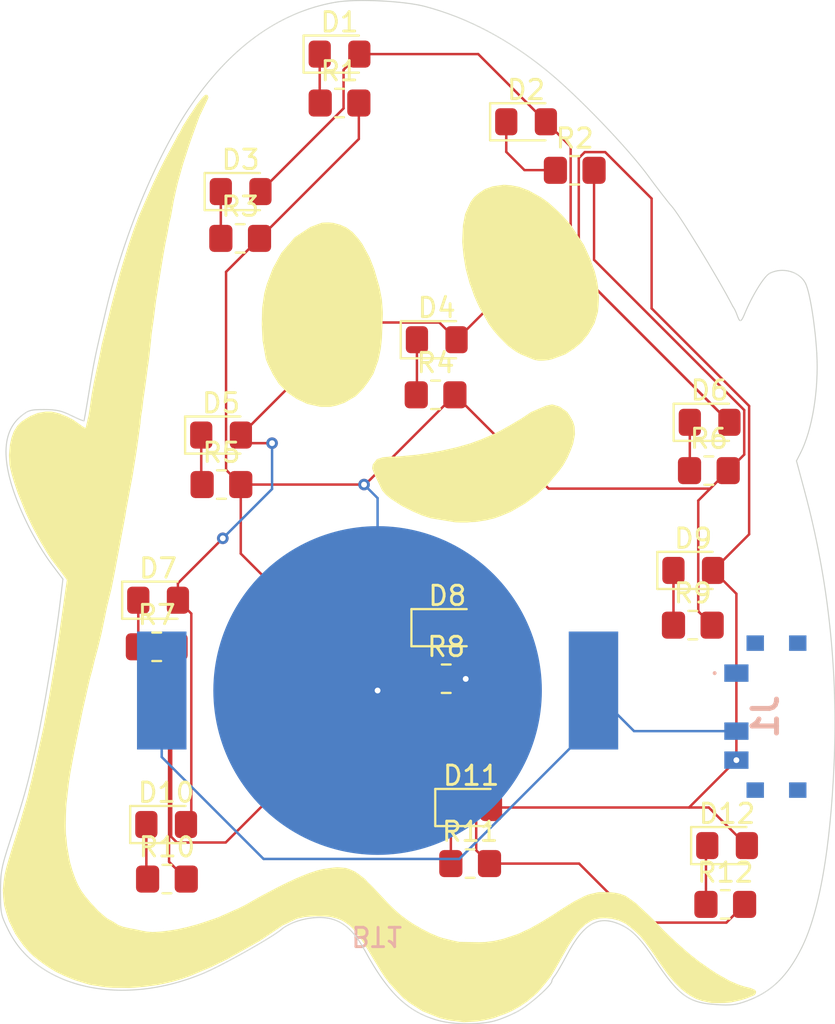
<source format=kicad_pcb>
(kicad_pcb (version 20221018) (generator pcbnew)
  (layers (0 "F.Cu" signal "Front") (1 "In1.Cu" signal) (2 "In2.Cu" signal) (31 "B.Cu" signal "Back") (34 "B.Paste" user) (35 "F.Paste" user) (36 "B.SilkS" user "B.Silkscreen") (37 "F.SilkS" user "F.Silkscreen") (38 "B.Mask" user) (39 "F.Mask" user) (44 "Edge.Cuts" user))
  (net 0 "")
  (net 1 "Net-(BT1-+)")
  (net 2 "GND")
  (net 3 "Net-(D1-K)")
  (net 4 "Net-(D1-A)")
  (net 5 "Net-(D2-K)")
  (net 6 "Net-(D3-K)")
  (net 7 "Net-(D4-K)")
  (net 8 "Net-(D5-K)")
  (net 9 "Net-(D6-K)")
  (net 10 "Net-(D7-K)")
  (net 11 "Net-(D8-K)")
  (net 12 "Net-(D9-K)")
  (net 13 "Net-(D10-K)")
  (net 14 "Net-(D11-K)")
  (net 15 "Net-(D12-K)")
  (footprint "LED_SMD:LED_0805_2012Metric_Pad1.15x1.40mm_HandSolder" (layer "F.Cu") (at 137.84 112.16)
    (fp_text reference "D10" (at 0 -1.65) (layer "F.SilkS"))
    (fp_text value "LED")
    (pad "1" smd roundrect (at -1.025 0) (size 1.15 1.4) (layers "F.Cu" "F.Paste" "F.Mask") (roundrect_rratio 0.217391) (net 13 "Net-(D10-K)"))
    (pad "2" smd roundrect (at 1.025 0) (size 1.15 1.4) (layers "F.Cu" "F.Paste" "F.Mask") (roundrect_rratio 0.217391) (net 4 "Net-(D1-A)"))
  )
  (footprint "LED_SMD:LED_0805_2012Metric_Pad1.15x1.40mm_HandSolder" (layer "F.Cu") (at 137.4225 100.56)
    (fp_text reference "D7" (at 0 -1.65) (layer "F.SilkS"))
    (fp_text value "LED")
    (pad "1" smd roundrect (at -1.025 0) (size 1.15 1.4) (layers "F.Cu" "F.Paste" "F.Mask") (roundrect_rratio 0.217391) (net 10 "Net-(D7-K)"))
    (pad "2" smd roundrect (at 1.025 0) (size 1.15 1.4) (layers "F.Cu" "F.Paste" "F.Mask") (roundrect_rratio 0.217391) (net 4 "Net-(D1-A)"))
  )
  (footprint "Resistor_SMD:R_0805_2012Metric_Pad1.20x1.40mm_HandSolder" (layer "F.Cu") (at 152.33 104.62)
    (fp_text reference "R8" (at 0 -1.65) (layer "F.SilkS"))
    (fp_text value "1k")
    (pad "1" smd roundrect (at -1 0) (size 1.2 1.4) (layers "F.Cu" "F.Paste" "F.Mask") (roundrect_rratio 0.208333) (net 11 "Net-(D8-K)"))
    (pad "2" smd roundrect (at 1 0) (size 1.2 1.4) (layers "F.Cu" "F.Paste" "F.Mask") (roundrect_rratio 0.208333) (net 2 "GND"))
  )
  (footprint "Resistor_SMD:R_0805_2012Metric_Pad1.20x1.40mm_HandSolder" (layer "F.Cu") (at 165.09 101.85)
    (fp_text reference "R9" (at 0 -1.65) (layer "F.SilkS"))
    (fp_text value "1k")
    (pad "1" smd roundrect (at -1 0) (size 1.2 1.4) (layers "F.Cu" "F.Paste" "F.Mask") (roundrect_rratio 0.208333) (net 12 "Net-(D9-K)"))
    (pad "2" smd roundrect (at 1 0) (size 1.2 1.4) (layers "F.Cu" "F.Paste" "F.Mask") (roundrect_rratio 0.208333) (net 2 "GND"))
  )
  (footprint "Resistor_SMD:R_0805_2012Metric_Pad1.20x1.40mm_HandSolder" (layer "F.Cu") (at 137.88 114.98)
    (fp_text reference "R10" (at 0 -1.65) (layer "F.SilkS"))
    (fp_text value "1k")
    (pad "1" smd roundrect (at -1 0) (size 1.2 1.4) (layers "F.Cu" "F.Paste" "F.Mask") (roundrect_rratio 0.208333) (net 13 "Net-(D10-K)"))
    (pad "2" smd roundrect (at 1 0) (size 1.2 1.4) (layers "F.Cu" "F.Paste" "F.Mask") (roundrect_rratio 0.208333) (net 2 "GND"))
  )
  (footprint "LED_SMD:LED_0805_2012Metric_Pad1.15x1.40mm_HandSolder" (layer "F.Cu") (at 146.81 72.32)
    (fp_text reference "D1" (at 0 -1.65) (layer "F.SilkS"))
    (fp_text value "LED")
    (pad "1" smd roundrect (at -1.025 0) (size 1.15 1.4) (layers "F.Cu" "F.Paste" "F.Mask") (roundrect_rratio 0.217391) (net 3 "Net-(D1-K)"))
    (pad "2" smd roundrect (at 1.025 0) (size 1.15 1.4) (layers "F.Cu" "F.Paste" "F.Mask") (roundrect_rratio 0.217391) (net 4 "Net-(D1-A)"))
  )
  (footprint "Resistor_SMD:R_0805_2012Metric_Pad1.20x1.40mm_HandSolder" (layer "F.Cu") (at 140.7 94.58)
    (fp_text reference "R5" (at 0 -1.65) (layer "F.SilkS"))
    (fp_text value "1k")
    (pad "1" smd roundrect (at -1 0) (size 1.2 1.4) (layers "F.Cu" "F.Paste" "F.Mask") (roundrect_rratio 0.208333) (net 8 "Net-(D5-K)"))
    (pad "2" smd roundrect (at 1 0) (size 1.2 1.4) (layers "F.Cu" "F.Paste" "F.Mask") (roundrect_rratio 0.208333) (net 2 "GND"))
  )
  (footprint "Resistor_SMD:R_0805_2012Metric_Pad1.20x1.40mm_HandSolder" (layer "F.Cu") (at 141.67 81.85)
    (fp_text reference "R3" (at 0 -1.65) (layer "F.SilkS"))
    (fp_text value "1k")
    (pad "1" smd roundrect (at -1 0) (size 1.2 1.4) (layers "F.Cu" "F.Paste" "F.Mask") (roundrect_rratio 0.208333) (net 6 "Net-(D3-K)"))
    (pad "2" smd roundrect (at 1 0) (size 1.2 1.4) (layers "F.Cu" "F.Paste" "F.Mask") (roundrect_rratio 0.208333) (net 2 "GND"))
  )
  (footprint "Resistor_SMD:R_0805_2012Metric_Pad1.20x1.40mm_HandSolder" (layer "F.Cu") (at 165.92 93.86)
    (fp_text reference "R6" (at 0 -1.65) (layer "F.SilkS"))
    (fp_text value "1k")
    (pad "1" smd roundrect (at -1 0) (size 1.2 1.4) (layers "F.Cu" "F.Paste" "F.Mask") (roundrect_rratio 0.208333) (net 9 "Net-(D6-K)"))
    (pad "2" smd roundrect (at 1 0) (size 1.2 1.4) (layers "F.Cu" "F.Paste" "F.Mask") (roundrect_rratio 0.208333) (net 2 "GND"))
  )
  (footprint "LED_SMD:LED_0805_2012Metric_Pad1.15x1.40mm_HandSolder" (layer "F.Cu") (at 152.39 101.98)
    (fp_text reference "D8" (at 0 -1.65) (layer "F.SilkS"))
    (fp_text value "LED")
    (pad "1" smd roundrect (at -1.025 0) (size 1.15 1.4) (layers "F.Cu" "F.Paste" "F.Mask") (roundrect_rratio 0.217391) (net 11 "Net-(D8-K)"))
    (pad "2" smd roundrect (at 1.025 0) (size 1.15 1.4) (layers "F.Cu" "F.Paste" "F.Mask") (roundrect_rratio 0.217391) (net 4 "Net-(D1-A)"))
  )
  (footprint "Resistor_SMD:R_0805_2012Metric_Pad1.20x1.40mm_HandSolder" (layer "F.Cu") (at 158.98 78.33)
    (fp_text reference "R2" (at 0 -1.65) (layer "F.SilkS"))
    (fp_text value "1k")
    (pad "1" smd roundrect (at -1 0) (size 1.2 1.4) (layers "F.Cu" "F.Paste" "F.Mask") (roundrect_rratio 0.208333) (net 5 "Net-(D2-K)"))
    (pad "2" smd roundrect (at 1 0) (size 1.2 1.4) (layers "F.Cu" "F.Paste" "F.Mask") (roundrect_rratio 0.208333) (net 2 "GND"))
  )
  (footprint "LED_SMD:LED_0805_2012Metric_Pad1.15x1.40mm_HandSolder" (layer "F.Cu") (at 165.1125 99.02)
    (fp_text reference "D9" (at 0 -1.65) (layer "F.SilkS"))
    (fp_text value "LED")
    (pad "1" smd roundrect (at -1.025 0) (size 1.15 1.4) (layers "F.Cu" "F.Paste" "F.Mask") (roundrect_rratio 0.217391) (net 12 "Net-(D9-K)"))
    (pad "2" smd roundrect (at 1.025 0) (size 1.15 1.4) (layers "F.Cu" "F.Paste" "F.Mask") (roundrect_rratio 0.217391) (net 4 "Net-(D1-A)"))
  )
  (footprint "LED_SMD:LED_0805_2012Metric_Pad1.15x1.40mm_HandSolder" (layer "F.Cu") (at 156.4625 75.82)
    (fp_text reference "D2" (at 0 -1.65) (layer "F.SilkS"))
    (fp_text value "LED")
    (pad "1" smd roundrect (at -1.025 0) (size 1.15 1.4) (layers "F.Cu" "F.Paste" "F.Mask") (roundrect_rratio 0.217391) (net 5 "Net-(D2-K)"))
    (pad "2" smd roundrect (at 1.025 0) (size 1.15 1.4) (layers "F.Cu" "F.Paste" "F.Mask") (roundrect_rratio 0.217391) (net 4 "Net-(D1-A)"))
  )
  (footprint "LED_SMD:LED_0805_2012Metric_Pad1.15x1.40mm_HandSolder" (layer "F.Cu") (at 153.6225 111.28)
    (fp_text reference "D11" (at 0 -1.65) (layer "F.SilkS"))
    (fp_text value "LED")
    (pad "1" smd roundrect (at -1.025 0) (size 1.15 1.4) (layers "F.Cu" "F.Paste" "F.Mask") (roundrect_rratio 0.217391) (net 14 "Net-(D11-K)"))
    (pad "2" smd roundrect (at 1.025 0) (size 1.15 1.4) (layers "F.Cu" "F.Paste" "F.Mask") (roundrect_rratio 0.217391) (net 4 "Net-(D1-A)"))
  )
  (footprint "Resistor_SMD:R_0805_2012Metric_Pad1.20x1.40mm_HandSolder" (layer "F.Cu") (at 153.57 114.18)
    (fp_text reference "R11" (at 0 -1.65) (layer "F.SilkS"))
    (fp_text value "1k")
    (pad "1" smd roundrect (at -1 0) (size 1.2 1.4) (layers "F.Cu" "F.Paste" "F.Mask") (roundrect_rratio 0.208333) (net 14 "Net-(D11-K)"))
    (pad "2" smd roundrect (at 1 0) (size 1.2 1.4) (layers "F.Cu" "F.Paste" "F.Mask") (roundrect_rratio 0.208333) (net 2 "GND"))
  )
  (footprint "Resistor_SMD:R_0805_2012Metric_Pad1.20x1.40mm_HandSolder" (layer "F.Cu") (at 151.78 89.94)
    (fp_text reference "R4" (at 0 -1.65) (layer "F.SilkS"))
    (fp_text value "1k")
    (pad "1" smd roundrect (at -1 0) (size 1.2 1.4) (layers "F.Cu" "F.Paste" "F.Mask") (roundrect_rratio 0.208333) (net 7 "Net-(D4-K)"))
    (pad "2" smd roundrect (at 1 0) (size 1.2 1.4) (layers "F.Cu" "F.Paste" "F.Mask") (roundrect_rratio 0.208333) (net 2 "GND"))
  )
  (footprint "LED_SMD:LED_0805_2012Metric_Pad1.15x1.40mm_HandSolder" (layer "F.Cu") (at 165.96 91.36)
    (fp_text reference "D6" (at 0 -1.65) (layer "F.SilkS"))
    (fp_text value "LED")
    (pad "1" smd roundrect (at -1.025 0) (size 1.15 1.4) (layers "F.Cu" "F.Paste" "F.Mask") (roundrect_rratio 0.217391) (net 9 "Net-(D6-K)"))
    (pad "2" smd roundrect (at 1.025 0) (size 1.15 1.4) (layers "F.Cu" "F.Paste" "F.Mask") (roundrect_rratio 0.217391) (net 4 "Net-(D1-A)"))
  )
  (footprint "LED_SMD:LED_0805_2012Metric_Pad1.15x1.40mm_HandSolder" (layer "F.Cu") (at 140.68 92.02)
    (fp_text reference "D5" (at 0 -1.65) (layer "F.SilkS"))
    (fp_text value "LED")
    (pad "1" smd roundrect (at -1.025 0) (size 1.15 1.4) (layers "F.Cu" "F.Paste" "F.Mask") (roundrect_rratio 0.217391) (net 8 "Net-(D5-K)"))
    (pad "2" smd roundrect (at 1.025 0) (size 1.15 1.4) (layers "F.Cu" "F.Paste" "F.Mask") (roundrect_rratio 0.217391) (net 4 "Net-(D1-A)"))
  )
  (footprint "Resistor_SMD:R_0805_2012Metric_Pad1.20x1.40mm_HandSolder" (layer "F.Cu") (at 137.35 102.97)
    (fp_text reference "R7" (at 0 -1.65) (layer "F.SilkS"))
    (fp_text value "1k")
    (pad "1" smd roundrect (at -1 0) (size 1.2 1.4) (layers "F.Cu" "F.Paste" "F.Mask") (roundrect_rratio 0.208333) (net 10 "Net-(D7-K)"))
    (pad "2" smd roundrect (at 1 0) (size 1.2 1.4) (layers "F.Cu" "F.Paste" "F.Mask") (roundrect_rratio 0.208333) (net 2 "GND"))
  )
  (footprint "Resistor_SMD:R_0805_2012Metric_Pad1.20x1.40mm_HandSolder" (layer "F.Cu") (at 166.77 116.29)
    (fp_text reference "R12" (at 0 -1.65) (layer "F.SilkS"))
    (fp_text value "1k")
    (pad "1" smd roundrect (at -1 0) (size 1.2 1.4) (layers "F.Cu" "F.Paste" "F.Mask") (roundrect_rratio 0.208333) (net 15 "Net-(D12-K)"))
    (pad "2" smd roundrect (at 1 0) (size 1.2 1.4) (layers "F.Cu" "F.Paste" "F.Mask") (roundrect_rratio 0.208333) (net 2 "GND"))
  )
  (footprint "LED_SMD:LED_0805_2012Metric_Pad1.15x1.40mm_HandSolder" (layer "F.Cu") (at 141.6925 79.43)
    (fp_text reference "D3" (at 0 -1.65) (layer "F.SilkS"))
    (fp_text value "LED")
    (pad "1" smd roundrect (at -1.025 0) (size 1.15 1.4) (layers "F.Cu" "F.Paste" "F.Mask") (roundrect_rratio 0.217391) (net 6 "Net-(D3-K)"))
    (pad "2" smd roundrect (at 1.025 0) (size 1.15 1.4) (layers "F.Cu" "F.Paste" "F.Mask") (roundrect_rratio 0.217391) (net 4 "Net-(D1-A)"))
  )
  (footprint "Resistor_SMD:R_0805_2012Metric_Pad1.20x1.40mm_HandSolder" (layer "F.Cu") (at 146.81 74.85)
    (fp_text reference "R1" (at 0 -1.65) (layer "F.SilkS"))
    (fp_text value "1k")
    (pad "1" smd roundrect (at -1 0) (size 1.2 1.4) (layers "F.Cu" "F.Paste" "F.Mask") (roundrect_rratio 0.208333) (net 3 "Net-(D1-K)"))
    (pad "2" smd roundrect (at 1 0) (size 1.2 1.4) (layers "F.Cu" "F.Paste" "F.Mask") (roundrect_rratio 0.208333) (net 2 "GND"))
  )
  (footprint "LED_SMD:LED_0805_2012Metric_Pad1.15x1.40mm_HandSolder" (layer "F.Cu") (at 151.84 87.09)
    (fp_text reference "D4" (at 0 -1.65) (layer "F.SilkS"))
    (fp_text value "LED")
    (pad "1" smd roundrect (at -1.025 0) (size 1.15 1.4) (layers "F.Cu" "F.Paste" "F.Mask") (roundrect_rratio 0.217391) (net 7 "Net-(D4-K)"))
    (pad "2" smd roundrect (at 1.025 0) (size 1.15 1.4) (layers "F.Cu" "F.Paste" "F.Mask") (roundrect_rratio 0.217391) (net 4 "Net-(D1-A)"))
  )
  (footprint "LED_SMD:LED_0805_2012Metric_Pad1.15x1.40mm_HandSolder" (layer "F.Cu") (at 166.8625 113.25)
    (fp_text reference "D12" (at 0 -1.65) (layer "F.SilkS"))
    (fp_text value "LED")
    (pad "1" smd roundrect (at -1.025 0) (size 1.15 1.4) (layers "F.Cu" "F.Paste" "F.Mask") (roundrect_rratio 0.217391) (net 15 "Net-(D12-K)"))
    (pad "2" smd roundrect (at 1.025 0) (size 1.15 1.4) (layers "F.Cu" "F.Paste" "F.Mask") (roundrect_rratio 0.217391) (net 4 "Net-(D1-A)"))
  )
  (footprint "user-footprints:CR2032_holder_ali" (layer "B.Cu") (at 148.78 105.23)
    (fp_text reference "BT1" (at 0 12.7 180 unlocked) (layer "B.SilkS") (effects (justify mirror)))
    (fp_text value "Battery_Cell")
    (pad "1" smd rect (at -11.17 0) (size 2.56 6.1) (layers "B.Cu" "B.Paste" "B.Mask") (net 1 "Net-(BT1-+)"))
    (pad "1" smd rect (at 11.17 0) (size 2.56 6.1) (layers "B.Cu" "B.Paste" "B.Mask") (net 1 "Net-(BT1-+)"))
    (pad "2" smd circle (at 0 0) (size 17 17) (layers "B.Cu" "B.Paste" "B.Mask") (net 2 "GND"))
  )
  (footprint "user-footprints:MK12C02" (layer "B.Cu") (at 169.42 106.58 -90)
    (fp_text reference "J1" (at 0 0.575 90) (layer "B.SilkS") (effects (font (size 1.27 1.27) (thickness 0.254)) (justify mirror)))
    (fp_text value "MK-12C02" hide)
    (pad "" np_thru_hole circle (at -1.5 0 270) (size 0.001 0.001) (drill 0.9) (layers "*.Cu" "*.Mask"))
    (pad "" np_thru_hole circle (at 1.5 0 270) (size 0.001 0.001) (drill 0.9) (layers "*.Cu" "*.Mask"))
    (pad "1" smd rect (at -2.25 2.075 270) (size 0.9 1.25) (layers "B.Cu" "B.Paste" "B.Mask"))
    (pad "2" smd rect (at 0.75 2.075 270) (size 0.9 1.25) (layers "B.Cu" "B.Paste" "B.Mask") (net 1 "Net-(BT1-+)"))
    (pad "3" smd rect (at 2.25 2.075 270) (size 0.9 1.25) (layers "B.Cu" "B.Paste" "B.Mask") (net 4 "Net-(D1-A)"))
    (pad "MP1" smd rect (at -3.8 1.1 270) (size 0.8 0.9) (layers "B.Cu" "B.Paste" "B.Mask"))
    (pad "MP2" smd rect (at -3.8 -1.1 270) (size 0.8 0.9) (layers "B.Cu" "B.Paste" "B.Mask"))
    (pad "MP3" smd rect (at 3.8 -1.1 270) (size 0.8 0.9) (layers "B.Cu" "B.Paste" "B.Mask"))
    (pad "MP4" smd rect (at 3.8 1.1 270) (size 0.8 0.9) (layers "B.Cu" "B.Paste" "B.Mask"))
  )
  (gr_curve (pts (xy 156.644837 87.962607) (xy 155.984116 87.72692) (xy 155.414562 87.294849) (xy 154.887244 86.629272)) (stroke (width 0.056)) (layer "F.SilkS"))
  (gr_curve (pts (xy 145.169733 90.343951) (xy 144.170974 89.987699) (xy 143.471901 89.23332) (xy 143.068043 88.075979)) (stroke (width 0.056)) (layer "F.SilkS"))
  (gr_curve (pts (xy 133.266731 115.41329) (xy 133.545078 115.963097) (xy 134.437967 116.92011) (xy 134.890084 117.153229)) (stroke (width 0.0506)) (layer "F.SilkS"))
  (gr_curve (pts (xy 135.890251 94.88025) (xy 135.835267 95.176771) (xy 135.664763 96.147203) (xy 135.511352 97.036766)) (stroke (width 0.0506)) (layer "F.SilkS"))
  (gr_curve (pts (xy 129.810996 93.460686) (xy 129.724416 92.786689) (xy 129.883076 92.010497) (xy 130.193158 91.591089)) (stroke (width 0.0506)) (layer "F.SilkS"))
  (gr_poly (pts (xy 133.74 91.69) (xy 133.68 91.72) (xy 133.62 91.72) (xy 133.46 91.62) (xy 132.99 91.29) (xy 132.66 91.12) (xy 132.29 90.97) (xy 131.9 90.88) (xy 131.61 90.88) (xy 131.21 90.95) (xy 130.85 91.1) (xy 130.6 91.25) (xy 130.39 91.39) (xy 130.193158 91.591089) (xy 130.02 91.87) (xy 129.91 92.17) (xy 129.83 92.53) (xy 129.78 93.07) (xy 129.81 93.57) (xy 129.91 94) (xy 130.04 94.44) (xy 130.23 95) (xy 130.63 95.99) (xy 130.99 96.75) (xy 131.42 97.54) (xy 131.79 98.15) (xy 131.98 98.43) (xy 132.55 99.18) (xy 132.778459 99.492736) (xy 132.63 100.52) (xy 132.47 101.66) (xy 132.35 102.51) (xy 132.2 103.5) (xy 132.08 104.21) (xy 131.84 105.65) (xy 131.72 106.27) (xy 131.58 107.06) (xy 131.49 107.48) (xy 130.96 109.81) (xy 130.85 110.24) (xy 130.72 110.8) (xy 130.21 112.53) (xy 129.94 113.38) (xy 129.77 113.95) (xy 129.65 114.36) (xy 129.55 114.79) (xy 129.5 115.15) (xy 129.46 115.55) (xy 129.48 115.9) (xy 129.53 116.34) (xy 129.64 116.72) (xy 129.77 117.12) (xy 130.09 117.77) (xy 130.28 118.05) (xy 130.53 118.4) (xy 130.84 118.74) (xy 131.02 118.91) (xy 131.44 119.24) (xy 131.8 119.49) (xy 132.16 119.71) (xy 132.6 119.92) (xy 133.05 120.11) (xy 133.36 120.21) (xy 133.92 120.38) (xy 134.25 120.43) (xy 134.69 120.5) (xy 135.1 120.53) (xy 135.24 120.53) (xy 135.93 120.54) (xy 136.22 120.52) (xy 136.61 120.49) (xy 136.93 120.45) (xy 137.37 120.39) (xy 137.77 120.31) (xy 138.11 120.23) (xy 138.6 120.09) (xy 139.02 119.94) (xy 139.14 119.89) (xy 140.16 119.46) (xy 140.6 119.24) (xy 140.94 119.08) (xy 142.66 118.11) (xy 143.21 117.74) (xy 143.555095 117.506989) (xy 143.86 117.3) (xy 143.92 117.28) (xy 144.59 116.96) (xy 145.01 116.87) (xy 145.54 116.83) (xy 146.05 116.84) (xy 146.38 116.87) (xy 146.52 116.91) (xy 146.72 116.96) (xy 146.93 117.04) (xy 147.11 117.14) (xy 147.35 117.31) (xy 147.51 117.45) (xy 147.85 117.85) (xy 148.13 118.26) (xy 148.68 119.17) (xy 148.83 119.41) (xy 149.01 119.71) (xy 149.22 120.02) (xy 149.43 120.3) (xy 149.66 120.56) (xy 150.15 121.07) (xy 150.51 121.35) (xy 151.14 121.75) (xy 152.01 122.1) (xy 152.51 122.22) (xy 153.25 122.31) (xy 153.59 122.29) (xy 153.95 122.27) (xy 154.3 122.21) (xy 154.74 122.11) (xy 155.37 121.88) (xy 155.67 121.75) (xy 156.1 121.51) (xy 156.5 121.24) (xy 157 120.81) (xy 157.36 120.39) (xy 157.69 119.97) (xy 157.87 119.67) (xy 158.59 118.4) (xy 158.85 118) (xy 159.08 117.68) (xy 159.23 117.51) (xy 159.48 117.28) (xy 159.76 117.1) (xy 159.95 117.01) (xy 160.28 116.94) (xy 160.576303 116.930649) (xy 160.92 116.96) (xy 161.3 117.06) (xy 161.66 117.23) (xy 161.97 117.47) (xy 162.17 117.65) (xy 162.42 117.89) (xy 162.67 118.19) (xy 162.95 118.57) (xy 163.18 118.9) (xy 163.37 119.19) (xy 163.79 119.78) (xy 164.02 120.07) (xy 164.25 120.33) (xy 164.46 120.54) (xy 164.68 120.73) (xy 164.96 120.93) (xy 165.29 121.11) (xy 165.57 121.21) (xy 166.07 121.32) (xy 166.45 121.32) (xy 166.733106 121.316888) (xy 167.09 121.28) (xy 167.61 121.16) (xy 167.91 121.06) (xy 168.24 120.92) (xy 168.28 120.86) (xy 168.290288 120.809248) (xy 168.24 120.76) (xy 168.04 120.68) (xy 167.75 120.61) (xy 167.44 120.51) (xy 166.97 120.31) (xy 166.74 120.18) (xy 166.33 119.95) (xy 165.99 119.73) (xy 165.36 119.29) (xy 164.93 118.95) (xy 164.61 118.68) (xy 163.92 118.06) (xy 163.5 117.65) (xy 163.1 117.23) (xy 162.73 116.87) (xy 162.41 116.57) (xy 162.11 116.29) (xy 161.85 116.1) (xy 161.57 115.91) (xy 161.3 115.81) (xy 161.11 115.77) (xy 160.78 115.73) (xy 160.22 115.73) (xy 159.74 115.84) (xy 159.55 115.91) (xy 158.98 116.2) (xy 158.38 116.57) (xy 157.88 116.9) (xy 157.31 117.25) (xy 156.69 117.6) (xy 156.06 117.89) (xy 155.31 118.14) (xy 154.83 118.25) (xy 154.35 118.31) (xy 154.03 118.32) (xy 152.99 118.3) (xy 152.66 118.23) (xy 152.17 118.11) (xy 151.91 118.03) (xy 151.47 117.84) (xy 151.04 117.62) (xy 150.64 117.39) (xy 150.3 117.17) (xy 149.89 116.86) (xy 149.59 116.59) (xy 149.3 116.31) (xy 149.03 116.02) (xy 148.41 115.37) (xy 148.21 115.18) (xy 148.09 115.04) (xy 147.81 114.82) (xy 147.58 114.66) (xy 147.32 114.54) (xy 147.13 114.48) (xy 146.7 114.44) (xy 146.49 114.46) (xy 145.99 114.53) (xy 145.69 114.6) (xy 145.32 114.72) (xy 145.13 114.79) (xy 144.85 114.9) (xy 144.51 115.05) (xy 144.23 115.18) (xy 143.92 115.33) (xy 143.66 115.46) (xy 142.82 115.9) (xy 142.32 116.18) (xy 142.01 116.36) (xy 141.65 116.54) (xy 140.55 117.03) (xy 139.97 117.23) (xy 139.44 117.4) (xy 138.92 117.54) (xy 138.42 117.65) (xy 137.97 117.72) (xy 137.56 117.77) (xy 137.135205 117.793256) (xy 136.83 117.77) (xy 136.56 117.72) (xy 136.24 117.65) (xy 135.96 117.6) (xy 135.6 117.52) (xy 135.33 117.42) (xy 135.13 117.29) (xy 135.05 117.24) (xy 134.74 117.07) (xy 134.49 116.86) (xy 134.29 116.69) (xy 134.01 116.39) (xy 133.89 116.26) (xy 133.62 115.94) (xy 133.38 115.61) (xy 133.22 115.32) (xy 133.08 115.01) (xy 132.92 114.56) (xy 132.8 114.14) (xy 132.75 113.89) (xy 132.64 113.26) (xy 132.62 112.99) (xy 132.58 112.67) (xy 132.57 112.24) (xy 132.58 111.7) (xy 132.6 111.16) (xy 132.73 110.02) (xy 132.81 109.49) (xy 132.97 108.61) (xy 133.13 107.8) (xy 133.45 106.25) (xy 133.83 104.58) (xy 133.94 104.19) (xy 134.08 103.61) (xy 134.24 103.02) (xy 134.425202 102.266324) (xy 134.71 100.89) (xy 134.93 99.99) (xy 134.94 99.95) (xy 135.1 99.15) (xy 135.65 96.22) (xy 135.7 95.89) (xy 135.81 95.31) (xy 135.91 94.76) (xy 136.03 94.13) (xy 136.24 92.82) (xy 136.41 91.6)) (stroke (width 0.15)) (fill solid) (layer "F.SilkS"))
  (gr_curve (pts (xy 152.183527 122.151307) (xy 150.679594 121.746879) (xy 149.609753 120.824696) (xy 148.618757 119.078549)) (stroke (width 0.0506)) (layer "F.SilkS"))
  (gr_curve (pts (xy 134.2148 103.128933) (xy 133.942895 104.022708) (xy 133.33452 106.715119) (xy 132.935678 108.789793)) (stroke (width 0.0506)) (layer "F.SilkS"))
  (gr_poly (pts (xy 153.75 79.87) (xy 153.64 80.03) (xy 153.38 80.61) (xy 153.27 81.18) (xy 153.23 82.03) (xy 153.3 82.74) (xy 153.41 83.41) (xy 153.53 83.85) (xy 153.61 84.16) (xy 153.66 84.27) (xy 153.84 84.79) (xy 153.99 85.13) (xy 154.12 85.4) (xy 154.17 85.49) (xy 154.58 86.22) (xy 154.76 86.47) (xy 154.92 86.67) (xy 155.11 86.88) (xy 155.54 87.32) (xy 155.73 87.47) (xy 155.97 87.64) (xy 156.24 87.79) (xy 156.9 88.06) (xy 157.11 88.1) (xy 157.32 88.1) (xy 157.62 88.07) (xy 157.82 88.02) (xy 158.46 87.78) (xy 158.91 87.49) (xy 159.28 87.18) (xy 159.63 86.75) (xy 159.94 86.21) (xy 160.11 85.64) (xy 160.14 85.29) (xy 160.16 84.89) (xy 160.11 84.34) (xy 160.06 84.04) (xy 159.95 83.59) (xy 159.71 82.92) (xy 159.39 82.22) (xy 158.71 81.19) (xy 158.24 80.66) (xy 157.62 80.09) (xy 157.22 79.8) (xy 156.59 79.45) (xy 156.1 79.26) (xy 155.69 79.18) (xy 155.31 79.15) (xy 154.75 79.23) (xy 154.36 79.37) (xy 154.03 79.59) (xy 153.83 79.77)) (stroke (width 0.15)) (fill solid) (layer "F.SilkS"))
  (gr_curve (pts (xy 148.711824 94.118803) (xy 148.53666 93.660143) (xy 148.537164 93.625706) (xy 148.722033 93.421424)) (stroke (width 0.056)) (layer "F.SilkS"))
  (gr_curve (pts (xy 145.336562 81.323412) (xy 146.926982 80.57633) (xy 148.18677 81.731373) (xy 148.845965 84.541031)) (stroke (width 0.056)) (layer "F.SilkS"))
  (gr_curve (pts (xy 129.53 116.29) (xy 129.374446 115.469769) (xy 129.473791 114.831724) (xy 130.018839 113.150407)) (stroke (width 0.0506)) (layer "F.SilkS"))
  (gr_curve (pts (xy 148.618757 119.078549) (xy 147.542287 117.181792) (xy 147.069917 116.824729) (xy 145.635379 116.823426)) (stroke (width 0.0506)) (layer "F.SilkS"))
  (gr_curve (pts (xy 137.844127 81.542497) (xy 137.50845 83.205883) (xy 137.197125 85.237742) (xy 136.973502 87.22461)) (stroke (width 0.0506)) (layer "F.SilkS"))
  (gr_curve (pts (xy 149.630425 93.206095) (xy 150.498303 93.205535) (xy 152.116993 92.954132) (xy 153.204972 92.650855)) (stroke (width 0.056)) (layer "F.SilkS"))
  (gr_curve (pts (xy 160.576303 116.930649) (xy 159.612709 116.930649) (xy 159.094839 117.405075) (xy 158.199517 119.108054)) (stroke (width 0.0506)) (layer "F.SilkS"))
  (gr_poly (pts (xy 136.41 91.6) (xy 136.431178 91.429822) (xy 135.98 91.38) (xy 135.9 91.72)) (stroke (width 0.15)) (fill solid) (layer "F.SilkS"))
  (gr_curve (pts (xy 154.818907 96.251459) (xy 153.833073 96.558286) (xy 152.305452 96.526559) (xy 151.282184 96.178004)) (stroke (width 0.056)) (layer "F.SilkS"))
  (gr_poly (pts (xy 146.21 81.1) (xy 145.92 81.11) (xy 145.336562 81.323412) (xy 144.54 81.85) (xy 143.86 82.64) (xy 143.42 83.44) (xy 143.12 84.23) (xy 142.99 84.7) (xy 142.88 85.45) (xy 142.86 86.3) (xy 142.9 87.12) (xy 143.068043 88.075979) (xy 143.17 88.33) (xy 143.43 88.86) (xy 143.73 89.33) (xy 144.15 89.76) (xy 144.63 90.09) (xy 145.169735 90.343951) (xy 145.83 90.49) (xy 146.33 90.49) (xy 146.65 90.42) (xy 147.05 90.28) (xy 147.61 89.95) (xy 147.97 89.59) (xy 148.24 89.23) (xy 148.5 88.82) (xy 148.75 88.13) (xy 148.87 87.56) (xy 148.93 87.03) (xy 148.98 85.69) (xy 148.93 85.03) (xy 148.81 84.4) (xy 148.54 83.47) (xy 148.3 82.86) (xy 147.93 82.18) (xy 147.74 81.92) (xy 147.44 81.58) (xy 147.13 81.35) (xy 146.84 81.22) (xy 146.47 81.12) (xy 146.25 81.1)) (stroke (width 0.15)) (fill solid) (layer "F.SilkS"))
  (gr_curve (pts (xy 136.431178 91.429822) (xy 136.308306 92.399525) (xy 136.078842 93.863216) (xy 135.890251 94.88025)) (stroke (width 0.0506)) (layer "F.SilkS"))
  (gr_curve (pts (xy 163.393625 117.542806) (xy 165.0202 119.209033) (xy 166.750796 120.40458) (xy 167.886637 120.646706)) (stroke (width 0.0506)) (layer "F.SilkS"))
  (gr_curve (pts (xy 132.935678 108.789793) (xy 132.36511 111.757733) (xy 132.46907 113.837707) (xy 133.266731 115.41329)) (stroke (width 0.0506)) (layer "F.SilkS"))
  (gr_curve (pts (xy 143.078347 84.389742) (xy 143.533462 82.879755) (xy 144.332184 81.795207) (xy 145.336562 81.323412)) (stroke (width 0.056)) (layer "F.SilkS"))
  (gr_curve (pts (xy 134.890084 117.153229) (xy 135.054853 117.238184) (xy 135.213925 117.334372) (xy 135.243577 117.366976)) (stroke (width 0.0506)) (layer "F.SilkS"))
  (gr_curve (pts (xy 158.304019 80.72638) (xy 159.903183 82.430456) (xy 160.582085 84.839687) (xy 159.884972 86.336723)) (stroke (width 0.056)) (layer "F.SilkS"))
  (gr_curve (pts (xy 158.199517 119.108054) (xy 157.30544 120.808659) (xy 156.140631 121.777295) (xy 154.534382 122.155917)) (stroke (width 0.0506)) (layer "F.SilkS"))
  (gr_curve (pts (xy 143.068043 88.075979) (xy 142.80149 87.312117) (xy 142.807142 85.289537) (xy 143.078347 84.389742)) (stroke (width 0.056)) (layer "F.SilkS"))
  (gr_poly (pts (xy 158.54 90.88) (xy 158.175217 90.617567) (xy 157.81 90.51) (xy 157.52 90.57) (xy 156.76 90.89) (xy 156.298141 91.202384) (xy 155.68 91.57) (xy 155.18 91.85) (xy 154.78 92.05) (xy 154.17 92.31) (xy 153.63 92.51) (xy 152.9 92.72) (xy 152.06 92.91) (xy 151.44 93.02) (xy 150.81 93.11) (xy 149.87 93.2) (xy 149.42 93.21) (xy 149.07 93.24) (xy 148.79 93.33) (xy 148.6 93.57) (xy 148.57 93.74) (xy 148.68 94.02) (xy 149.08 94.85) (xy 149.26 95.05) (xy 149.48 95.24) (xy 150.08 95.63) (xy 150.66 95.92) (xy 151.11 96.11) (xy 151.54 96.25) (xy 152.81 96.46) (xy 153.11 96.47) (xy 153.41 96.47) (xy 153.6 96.45) (xy 153.85 96.44) (xy 154.37 96.36) (xy 154.818907 96.251459) (xy 155.2 96.11) (xy 155.65 95.92) (xy 156.39 95.49) (xy 156.94 95.08) (xy 157.44 94.64) (xy 158.14 93.8) (xy 158.3 93.58) (xy 158.38 93.45) (xy 158.54 93.16) (xy 158.71 92.77) (xy 158.83 92.44) (xy 158.92 91.98) (xy 158.9 91.59) (xy 158.82 91.34) (xy 158.64 91.02) (xy 158.59 90.96)) (stroke (width 0.15)) (fill solid) (layer "F.SilkS"))
  (gr_curve (pts (xy 145.831308 114.567485) (xy 147.052574 114.285504) (xy 147.559674 114.451545) (xy 148.465748 115.430089)) (stroke (width 0.0506)) (layer "F.SilkS"))
  (gr_curve (pts (xy 168.290288 120.809248) (xy 168.383529 120.96012) (xy 167.471889 121.257314) (xy 166.733106 121.316888)) (stroke (width 0.0506)) (layer "F.SilkS"))
  (gr_curve (pts (xy 153.736754 118.332386) (xy 155.20211 118.332386) (xy 156.349313 117.921428) (xy 158.036069 116.792261)) (stroke (width 0.0506)) (layer "F.SilkS"))
  (gr_curve (pts (xy 132.178237 98.696054) (xy 131.099236 97.263889) (xy 129.982202 94.793467) (xy 129.810996 93.460686)) (stroke (width 0.0506)) (layer "F.SilkS"))
  (gr_curve (pts (xy 135.243577 117.366976) (xy 135.362712 117.497974) (xy 136.67303 117.793256) (xy 137.135205 117.793256)) (stroke (width 0.0506)) (layer "F.SilkS"))
  (gr_curve (pts (xy 158.048825 87.956864) (xy 157.390435 88.152383) (xy 157.179282 88.153248) (xy 156.644837 87.962604)) (stroke (width 0.056)) (layer "F.SilkS"))
  (gr_curve (pts (xy 137.135205 117.793256) (xy 138.543909 117.793256) (xy 140.613304 117.148609) (xy 142.360088 116.165631)) (stroke (width 0.0506)) (layer "F.SilkS"))
  (gr_curve (pts (xy 138.747919 120.038939) (xy 137.231105 120.563097) (xy 135.119912 120.689982) (xy 133.787928 120.337036)) (stroke (width 0.0506)) (layer "F.SilkS"))
  (gr_curve (pts (xy 143.555095 117.506989) (xy 142.251284 118.443683) (xy 140.127946 119.562049) (xy 138.747919 120.038939)) (stroke (width 0.0506)) (layer "F.SilkS"))
  (gr_curve (pts (xy 154.887244 86.629272) (xy 153.15675 84.445048) (xy 152.678961 80.724622) (xy 153.987541 79.623524)) (stroke (width 0.056)) (layer "F.SilkS"))
  (gr_curve (pts (xy 136.381472 81.003973) (xy 137.200031 78.896569) (xy 138.742476 75.934687) (xy 139.58801 74.846615)) (stroke (width 0.0506)) (layer "F.SilkS"))
  (gr_curve (pts (xy 156.298141 91.202384) (xy 157.286516 90.561027) (xy 157.793221 90.40316) (xy 158.175217 90.617567)) (stroke (width 0.056)) (layer "F.SilkS"))
  (gr_curve (pts (xy 134.860209 100.271546) (xy 134.655489 101.161109) (xy 134.459737 102.05876) (xy 134.425202 102.266324)) (stroke (width 0.0506)) (layer "F.SilkS"))
  (gr_curve (pts (xy 149.123967 94.89099) (xy 148.998633 94.731656) (xy 148.813169 94.38417) (xy 148.711824 94.118803)) (stroke (width 0.056)) (layer "F.SilkS"))
  (gr_curve (pts (xy 158.036069 116.792261) (xy 159.340532 115.919016) (xy 159.829222 115.717608) (xy 160.643583 115.717608)) (stroke (width 0.0506)) (layer "F.SilkS"))
  (gr_line (start 132.441447 101.876917) (end 132.778459 99.492736) (stroke (width 0.0506)) (layer "F.SilkS"))
  (gr_curve (pts (xy 142.360088 116.165631) (xy 144.012649 115.235673) (xy 145.094419 114.737628) (xy 145.831308 114.567485)) (stroke (width 0.0506)) (layer "F.SilkS"))
  (gr_line (start 132.778459 99.492736) (end 132.178237 98.696054) (stroke (width 0.0506)) (layer "F.SilkS"))
  (gr_curve (pts (xy 134.425202 102.266324) (xy 134.390668 102.473888) (xy 134.295987 102.862063) (xy 134.2148 103.128933)) (stroke (width 0.0506)) (layer "F.SilkS"))
  (gr_curve (pts (xy 166.733106 121.316888) (xy 165.322031 121.43068) (xy 164.423879 120.83367) (xy 163.230404 118.98862)) (stroke (width 0.0506)) (layer "F.SilkS"))
  (gr_curve (pts (xy 135.511352 97.036766) (xy 135.357943 97.926332) (xy 135.064928 99.38198) (xy 134.860209 100.271546)) (stroke (width 0.0506)) (layer "F.SilkS"))
  (gr_curve (pts (xy 139.788265 74.89191) (xy 139.451254 75.480542) (xy 138.464547 78.401184) (xy 138.281027 79.353319)) (stroke (width 0.0506)) (layer "F.SilkS"))
  (gr_curve (pts (xy 153.987541 79.623524) (xy 155.070061 78.712644) (xy 156.8382 79.164403) (xy 158.304019 80.72638)) (stroke (width 0.056)) (layer "F.SilkS"))
  (gr_curve (pts (xy 133.384569 91.556618) (xy 133.795057 91.863912) (xy 133.782916 91.882821) (xy 133.950614 90.675039)) (stroke (width 0.0506)) (layer "F.SilkS"))
  (gr_curve (pts (xy 159.884972 86.336723) (xy 159.556725 87.041626) (xy 158.758216 87.746198) (xy 158.048825 87.956864)) (stroke (width 0.056)) (layer "F.SilkS"))
  (gr_curve (pts (xy 148.65363 88.431876) (xy 148.040663 90.07726) (xy 146.61527 90.859563) (xy 145.169735 90.343951)) (stroke (width 0.056)) (layer "F.SilkS"))
  (gr_curve (pts (xy 158.92 91.98) (xy 158.735516 93.665376) (xy 156.863571 95.615089) (xy 154.818907 96.251459)) (stroke (width 0.056)) (layer "F.SilkS"))
  (gr_poly (pts (xy 139.93 74.5) (xy 139.95 74.56) (xy 139.88 74.72) (xy 139.5 75.51) (xy 139.04 76.78) (xy 138.93 77.11) (xy 138.65 77.97) (xy 138.49 78.54) (xy 138.37 78.97) (xy 138.281027 79.353319) (xy 138.16 79.9) (xy 138.03 80.63) (xy 138 80.78) (xy 137.93 81.05) (xy 137.844127 81.542497) (xy 137.73 82.1) (xy 137.61 82.78) (xy 137.41 84.01) (xy 137.31 84.66) (xy 137.25 85.02) (xy 137.13 85.98) (xy 137.05 86.53) (xy 137.01 86.83) (xy 136.98 87.17) (xy 136.94 87.52) (xy 136.91 87.82) (xy 136.87 88.15) (xy 136.81 88.56) (xy 136.76 88.95) (xy 136.66 89.69) (xy 136.61 90.02) (xy 136.58 90.24) (xy 136.54 90.61) (xy 136.47 91.04) (xy 136.431178 91.429822) (xy 133.74 91.69) (xy 133.9 91.01) (xy 133.950614 90.675039) (xy 134.05 89.99) (xy 134.16 89.37) (xy 134.4 88.25) (xy 134.49 87.81) (xy 134.57 87.39) (xy 134.72 86.78) (xy 135.04 85.46) (xy 135.16 85) (xy 135.38 84.17) (xy 135.52 83.66) (xy 135.62 83.32) (xy 135.97 82.18) (xy 136.23 81.42) (xy 136.49 80.73) (xy 136.94 79.7) (xy 137.24 79.02) (xy 137.61 78.25) (xy 137.83 77.82) (xy 138.39 76.78) (xy 138.53 76.5) (xy 138.59 76.44) (xy 138.75 76.11) (xy 139.12 75.52) (xy 139.23 75.37) (xy 139.49 74.97) (xy 139.71 74.69) (xy 139.84 74.54) (xy 139.89 74.5)) (stroke (width 0.15)) (fill solid) (layer "F.SilkS"))
  (gr_curve (pts (xy 133.787928 120.337036) (xy 131.465062 119.72153) (xy 129.898376 118.232441) (xy 129.53 116.29)) (stroke (width 0.0506)) (layer "F.SilkS"))
  (gr_curve (pts (xy 154.534382 122.155917) (xy 153.681337 122.356991) (xy 152.943013 122.355546) (xy 152.183527 122.151287)) (stroke (width 0.0506)) (layer "F.SilkS"))
  (gr_curve (pts (xy 148.722033 93.421424) (xy 148.878477 93.248557) (xy 149.056123 93.206448) (xy 149.630425 93.206095)) (stroke (width 0.056)) (layer "F.SilkS"))
  (gr_curve (pts (xy 148.465748 115.430089) (xy 149.801942 116.87315) (xy 150.175092 117.178822) (xy 151.309638 117.759725)) (stroke (width 0.0506)) (layer "F.SilkS"))
  (gr_curve (pts (xy 151.309638 117.759725) (xy 152.076273 118.152252) (xy 152.839734 118.332386) (xy 153.736754 118.332386)) (stroke (width 0.0506)) (layer "F.SilkS"))
  (gr_curve (pts (xy 160.643583 115.717608) (xy 161.493587 115.717608) (xy 161.829503 115.940554) (xy 163.393625 117.542806)) (stroke (width 0.0506)) (layer "F.SilkS"))
  (gr_curve (pts (xy 136.703143 89.381129) (xy 136.621194 89.974171) (xy 136.498809 90.896083) (xy 136.431178 91.429822)) (stroke (width 0.0506)) (layer "F.SilkS"))
  (gr_curve (pts (xy 130.956696 91.05146) (xy 131.732397 90.717764) (xy 132.468641 90.87095) (xy 133.384569 91.556618)) (stroke (width 0.0506)) (layer "F.SilkS"))
  (gr_curve (pts (xy 145.635379 116.823426) (xy 144.840667 116.822667) (xy 144.226809 117.024409) (xy 143.555095 117.506989)) (stroke (width 0.0506)) (layer "F.SilkS"))
  (gr_curve (pts (xy 151.282184 96.178004) (xy 150.386153 95.87279) (xy 149.463423 95.322542) (xy 149.123967 94.89099)) (stroke (width 0.056)) (layer "F.SilkS"))
  (gr_curve (pts (xy 138.281027 79.353319) (xy 138.223873 79.64984) (xy 138.027268 80.63497) (xy 137.844127 81.542497)) (stroke (width 0.0506)) (layer "F.SilkS"))
  (gr_curve (pts (xy 133.950614 90.675039) (xy 134.323052 87.992695) (xy 135.526292 83.205654) (xy 136.381472 81.003973)) (stroke (width 0.0506)) (layer "F.SilkS"))
  (gr_curve (pts (xy 139.58801 74.846615) (xy 139.96795 74.357688) (xy 140.079658 74.382955) (xy 139.788265 74.89191)) (stroke (width 0.0506)) (layer "F.SilkS"))
  (gr_curve (pts (xy 130.193158 91.591089) (xy 130.31907 91.42078) (xy 130.662663 91.17795) (xy 130.956696 91.05146)) (stroke (width 0.0506)) (layer "F.SilkS"))
  (gr_curve (pts (xy 153.204972 92.650855) (xy 154.176719 92.379975) (xy 155.278477 91.864044) (xy 156.298141 91.202384)) (stroke (width 0.056)) (layer "F.SilkS"))
  (gr_curve (pts (xy 136.973502 87.22461) (xy 136.906754 87.817652) (xy 136.785093 88.788087) (xy 136.703143 89.381129)) (stroke (width 0.0506)) (layer "F.SilkS"))
  (gr_curve (pts (xy 158.175217 90.617567) (xy 158.663873 90.891847) (xy 158.976507 91.46375) (xy 158.92 91.98)) (stroke (width 0.056)) (layer "F.SilkS"))
  (gr_curve (pts (xy 167.886637 120.646706) (xy 168.078697 120.687651) (xy 168.260338 120.760794) (xy 168.290288 120.809248)) (stroke (width 0.0506)) (layer "F.SilkS"))
  (gr_curve (pts (xy 148.845965 84.541031) (xy 149.0912 85.58628) (xy 148.995959 87.512966) (xy 148.65363 88.431876)) (stroke (width 0.056)) (layer "F.SilkS"))
  (gr_curve (pts (xy 130.018839 113.150407) (xy 131.032991 110.022039) (xy 131.784318 106.525779) (xy 132.441447 101.876917)) (stroke (width 0.0506)) (layer "F.SilkS"))
  (gr_curve (pts (xy 163.230404 118.98862) (xy 162.296629 117.545047) (xy 161.504259 116.930649) (xy 160.576303 116.930649)) (stroke (width 0.0506)) (layer "F.SilkS"))
  (gr_curve (pts (xy 162.82778 78.680176) (xy 163.109815 79.070154) (xy 163.888733 80.078362) (xy 163.961755 80.147963)) (stroke (width 0.056)) (layer "Edge.Cuts"))
  (gr_line (start 132.360877 100.607385) (end 132.497095 99.47075) (stroke (width 0.056)) (layer "Edge.Cuts"))
  (gr_curve (pts (xy 151.951187 122.300527) (xy 150.364006 121.874012) (xy 149.331052 120.897573) (xy 148.126712 118.685282)) (stroke (width 0.056)) (layer "Edge.Cuts"))
  (gr_curve (pts (xy 131.526223 90.702426) (xy 132.159177 90.702426) (xy 132.416218 90.758989) (xy 132.930236 91.011386)) (stroke (width 0.056)) (layer "Edge.Cuts"))
  (gr_curve (pts (xy 132.930236 91.011386) (xy 133.276303 91.181318) (xy 133.571464 91.303099) (xy 133.586151 91.282015)) (stroke (width 0.056)) (layer "Edge.Cuts"))
  (gr_curve (pts (xy 134.751274 85.452257) (xy 135.643076 81.722934) (xy 137.299075 77.70612) (xy 138.990958 75.168422)) (stroke (width 0.056)) (layer "Edge.Cuts"))
  (gr_curve (pts (xy 131.116284 108.078952) (xy 131.516408 106.23434) (xy 132.122765 102.594248) (xy 132.360877 100.607385)) (stroke (width 0.056)) (layer "Edge.Cuts"))
  (gr_curve (pts (xy 148.126712 118.685282) (xy 147.403401 117.356615) (xy 146.649516 116.873643) (xy 145.466326 116.980933)) (stroke (width 0.056)) (layer "Edge.Cuts"))
  (gr_curve (pts (xy 167.751823 85.798728) (xy 168.148751 84.827677) (xy 168.772381 83.810821) (xy 169.063237 83.660413)) (stroke (width 0.056)) (layer "Edge.Cuts"))
  (gr_curve (pts (xy 163.961755 80.147963) (xy 164.308745 80.478707) (xy 166.422736 83.926936) (xy 167.160587 85.365725)) (stroke (width 0.056)) (layer "Edge.Cuts"))
  (gr_curve (pts (xy 171.504288 87.786951) (xy 171.612399 89.679849) (xy 171.275671 91.741469) (xy 170.661057 92.949645)) (stroke (width 0.056)) (layer "Edge.Cuts"))
  (gr_curve (pts (xy 170.934289 84.202615) (xy 171.152415 84.670641) (xy 171.423755 86.376913) (xy 171.504288 87.786951)) (stroke (width 0.056)) (layer "Edge.Cuts"))
  (gr_curve (pts (xy 145.466326 116.980933) (xy 144.824351 117.039145) (xy 144.156223 117.282762) (xy 143.795344 117.590216)) (stroke (width 0.056)) (layer "Edge.Cuts"))
  (gr_curve (pts (xy 130.335463 91.038644) (xy 130.714116 90.732579) (xy 130.82091 90.702426) (xy 131.526223 90.702426)) (stroke (width 0.056)) (layer "Edge.Cuts"))
  (gr_curve (pts (xy 163.110515 119.135486) (xy 162.31284 117.943263) (xy 161.857409 117.509461) (xy 161.129633 117.248675)) (stroke (width 0.056)) (layer "Edge.Cuts"))
  (gr_curve (pts (xy 169.063237 83.660413) (xy 169.740812 83.310025) (xy 170.63969 83.570506) (xy 170.934289 84.202615)) (stroke (width 0.056)) (layer "Edge.Cuts"))
  (gr_curve (pts (xy 133.858265 89.728169) (xy 134.107988 88.186027) (xy 134.180017 87.841137) (xy 134.751274 85.452257)) (stroke (width 0.056)) (layer "Edge.Cuts"))
  (gr_curve (pts (xy 161.129633 117.248675) (xy 160.106446 116.882037) (xy 159.399479 117.349304) (xy 158.546627 118.955911)) (stroke (width 0.056)) (layer "Edge.Cuts"))
  (gr_curve (pts (xy 129.777736 112.947987) (xy 130.533067 110.612921) (xy 130.692153 110.034237) (xy 131.116284 108.078952)) (stroke (width 0.056)) (layer "Edge.Cuts"))
  (gr_curve (pts (xy 130.732477 96.764477) (xy 129.304935 93.904207) (xy 129.17148 91.979492) (xy 130.335463 91.038644)) (stroke (width 0.056)) (layer "Edge.Cuts"))
  (gr_curve (pts (xy 129.27 115.66) (xy 129.27 114.594471) (xy 129.304156 114.412031) (xy 129.777736 112.947987)) (stroke (width 0.056)) (layer "Edge.Cuts"))
  (gr_curve (pts (xy 131.884923 98.658867) (xy 131.548228 98.212332) (xy 131.029628 97.359858) (xy 130.732477 96.764477)) (stroke (width 0.056)) (layer "Edge.Cuts"))
  (gr_curve (pts (xy 172.397289 109.050953) (xy 172.208074 113.427509) (xy 171.632044 116.696927) (xy 170.728456 118.522907)) (stroke (width 0.056)) (layer "Edge.Cuts"))
  (gr_curve (pts (xy 129.680824 117.633493) (xy 129.283683 116.830055) (xy 129.27 116.764328) (xy 129.27 115.66)) (stroke (width 0.056)) (layer "Edge.Cuts"))
  (gr_curve (pts (xy 143.795344 117.590216) (xy 143.315812 117.998759) (xy 140.777606 119.426182) (xy 139.789528 119.84299)) (stroke (width 0.056)) (layer "Edge.Cuts"))
  (gr_curve (pts (xy 158.546627 118.955911) (xy 158.293787 119.432216) (xy 158.021037 119.898822) (xy 157.940514 119.992818)) (stroke (width 0.056)) (layer "Edge.Cuts"))
  (gr_curve (pts (xy 167.160587 85.365725) (xy 167.473215 85.797835) (xy 167.456614 86.520929) (xy 167.751823 85.798728)) (stroke (width 0.056)) (layer "Edge.Cuts"))
  (gr_curve (pts (xy 170.882907 94.952286) (xy 172.104594 99.497773) (xy 172.607779 104.182369) (xy 172.397289 109.050953)) (stroke (width 0.056)) (layer "Edge.Cuts"))
  (gr_curve (pts (xy 133.586151 91.282015) (xy 133.600837 91.260931) (xy 133.723288 90.561701) (xy 133.858265 89.728169)) (stroke (width 0.056)) (layer "Edge.Cuts"))
  (gr_curve (pts (xy 156.062098 121.804566) (xy 155.734638 121.984349) (xy 155.202134 122.208536) (xy 154.878753 122.302753)) (stroke (width 0.056)) (layer "Edge.Cuts"))
  (gr_curve (pts (xy 146.590907 69.63955) (xy 147.67365 69.450998) (xy 150.151975 69.568193) (xy 151.244932 69.859629)) (stroke (width 0.056)) (layer "Edge.Cuts"))
  (gr_line (start 132.497095 99.47075) (end 131.884923 98.658867) (stroke (width 0.056)) (layer "Edge.Cuts"))
  (gr_curve (pts (xy 154.878753 122.302753) (xy 154.149453 122.515243) (xy 152.746233 122.514179) (xy 151.951187 122.300513)) (stroke (width 0.056)) (layer "Edge.Cuts"))
  (gr_curve (pts (xy 167.890737 121.281543) (xy 167.325059 121.487609) (xy 167.072132 121.518347) (xy 166.321099 121.472318)) (stroke (width 0.056)) (layer "Edge.Cuts"))
  (gr_curve (pts (xy 139.789528 119.84299) (xy 135.584955 121.616622) (xy 131.173023 120.652293) (xy 129.680824 117.633493)) (stroke (width 0.056)) (layer "Edge.Cuts"))
  (gr_curve (pts (xy 157.940514 119.992818) (xy 157.859992 120.086814) (xy 157.794113 120.210257) (xy 157.794113 120.267142)) (stroke (width 0.056)) (layer "Edge.Cuts"))
  (gr_curve (pts (xy 157.794113 120.267142) (xy 157.794113 120.466701) (xy 156.651419 121.481012) (xy 156.062098 121.804566)) (stroke (width 0.056)) (layer "Edge.Cuts"))
  (gr_line (start 170.454033 93.356597) (end 170.882907 94.952286) (stroke (width 0.056)) (layer "Edge.Cuts"))
  (gr_curve (pts (xy 151.244932 69.859629) (xy 153.435621 70.443774) (xy 155.533015 71.547604) (xy 157.523485 73.163944)) (stroke (width 0.056)) (layer "Edge.Cuts"))
  (gr_line (start 170.661057 92.949645) (end 170.454033 93.356597) (stroke (width 0.056)) (layer "Edge.Cuts"))
  (gr_curve (pts (xy 138.990958 75.168422) (xy 141.091539 72.017708) (xy 143.658624 70.150184) (xy 146.590907 69.63955)) (stroke (width 0.056)) (layer "Edge.Cuts"))
  (gr_curve (pts (xy 157.523485 73.163944) (xy 159.117133 74.458049) (xy 161.768078 77.214914) (xy 162.82778 78.680176)) (stroke (width 0.056)) (layer "Edge.Cuts"))
  (gr_curve (pts (xy 166.321099 121.472318) (xy 164.866925 121.383194) (xy 164.374668 121.024901) (xy 163.110515 119.135486)) (stroke (width 0.056)) (layer "Edge.Cuts"))
  (gr_curve (pts (xy 170.728456 118.522907) (xy 169.997712 119.999597) (xy 169.151423 120.822304) (xy 167.890737 121.281543)) (stroke (width 0.056)) (layer "Edge.Cuts"))
  (segment (start 159.95 107) (end 153.01 113.94) (width 0.127) (layer "B.Cu") (net 1))
  (segment (start 167.345 107.33) (end 162.05 107.33) (width 0.127) (layer "B.Cu") (net 1))
  (segment (start 142.88 113.94) (end 137.61 108.67) (width 0.127) (layer "B.Cu") (net 1))
  (segment (start 159.95 105.23) (end 159.95 107) (width 0.127) (layer "B.Cu") (net 1))
  (segment (start 137.61 108.67) (end 137.61 105.23) (width 0.127) (layer "B.Cu") (net 1))
  (segment (start 153.01 113.94) (end 142.88 113.94) (width 0.127) (layer "B.Cu") (net 1))
  (segment (start 162.05 107.33) (end 159.95 105.23) (width 0.127) (layer "B.Cu") (net 1))
  (segment (start 147.81 76.71) (end 142.67 81.85) (width 0.127) (layer "F.Cu") (net 2))
  (segment (start 167.77 116.29) (end 166.827675 117.232325) (width 0.127) (layer "F.Cu") (net 2))
  (segment (start 140.92 113.09) (end 148.78 105.23) (width 0.127) (layer "F.Cu") (net 2))
  (segment (start 140.9395 83.5805) (end 142.67 81.85) (width 0.127) (layer "F.Cu") (net 2))
  (segment (start 166.827675 117.232325) (end 162.260086 117.232325) (width 0.127) (layer "F.Cu") (net 2))
  (segment (start 138.88 114.98) (end 137.9895 114.0895) (width 0.127) (layer "F.Cu") (net 2))
  (segment (start 162.260086 117.232325) (end 159.207761 114.18) (width 0.127) (layer "F.Cu") (net 2))
  (segment (start 153.882 110.902) (end 148.78 105.8) (width 0.127) (layer "F.Cu") (net 2))
  (segment (start 141.7 94.58) (end 141.7 98.15) (width 0.127) (layer "F.Cu") (net 2))
  (segment (start 141.7 98.15) (end 148.78 105.23) (width 0.127) (layer "F.Cu") (net 2))
  (segment (start 167.7505 90.727539) (end 167.7505 93.0295) (width 0.127) (layer "F.Cu") (net 2))
  (segment (start 140.9395 93.8195) (end 140.9395 83.5805) (width 0.127) (layer "F.Cu") (net 2))
  (segment (start 167.7505 93.0295) (end 166.92 93.86) (width 0.127) (layer "F.Cu") (net 2))
  (segment (start 152.78 89.94) (end 148.14 94.58) (width 0.127) (layer "F.Cu") (net 2))
  (segment (start 165.99 94.79) (end 166.92 93.86) (width 0.127) (layer "F.Cu") (net 2))
  (segment (start 138.35 102.97) (end 138.0995 103.2205) (width 0.127) (layer "F.Cu") (net 2))
  (segment (start 152.78 89.94) (end 157.63 94.79) (width 0.127) (layer "F.Cu") (net 2))
  (segment (start 157.63 94.79) (end 165.99 94.79) (width 0.127) (layer "F.Cu") (net 2))
  (segment (start 137.9895 103.3305) (end 138.35 102.97) (width 0.127) (layer "F.Cu") (net 2))
  (segment (start 147.81 74.85) (end 147.81 76.71) (width 0.127) (layer "F.Cu") (net 2))
  (segment (start 159.98 78.33) (end 159.98 82.957039) (width 0.127) (layer "F.Cu") (net 2))
  (segment (start 141.7 94.58) (end 140.9395 93.8195) (width 0.127) (layer "F.Cu") (net 2))
  (segment (start 148.14 94.58) (end 148.08 94.58) (width 0.127) (layer "F.Cu") (net 2))
  (segment (start 138.0995 103.2205) (end 138.0995 112.792461) (width 0.127) (layer "F.Cu") (net 2))
  (segment (start 165.372 95.408) (end 165.99 94.79) (width 0.127) (layer "F.Cu") (net 2))
  (segment (start 137.9895 114.0895) (end 137.9895 103.3305) (width 0.127) (layer "F.Cu") (net 2))
  (segment (start 138.0995 112.792461) (end 138.397039 113.09) (width 0.127) (layer "F.Cu") (net 2))
  (segment (start 159.207761 114.18) (end 154.57 114.18) (width 0.127) (layer "F.Cu") (net 2))
  (segment (start 165.372 101.132) (end 165.372 95.408) (width 0.127) (layer "F.Cu") (net 2))
  (segment (start 166.09 101.85) (end 165.372 101.132) (width 0.127) (layer "F.Cu") (net 2))
  (segment (start 138.397039 113.09) (end 140.92 113.09) (width 0.127) (layer "F.Cu") (net 2))
  (segment (start 159.98 82.957039) (end 167.7505 90.727539) (width 0.127) (layer "F.Cu") (net 2))
  (segment (start 154.57 114.18) (end 153.882 113.492) (width 0.127) (layer "F.Cu") (net 2))
  (segment (start 148.08 94.58) (end 141.7 94.58) (width 0.127) (layer "F.Cu") (net 2))
  (segment (start 148.78 105.8) (end 148.78 105.23) (width 0.127) (layer "F.Cu") (net 2))
  (segment (start 153.882 113.492) (end 153.882 110.902) (width 0.127) (layer "F.Cu") (net 2))
  (via (at 148.08 94.58) (size 0.6) (drill 0.3) (layers "F.Cu" "B.Cu") (net 2))
  (via (at 153.34 104.63) (size 0.6) (drill 0.3) (layers "F.Cu" "B.Cu") (net 2))
  (via (at 148.78 105.23) (size 0.6) (drill 0.3) (layers "F.Cu" "B.Cu") (net 2))
  (segment (start 148.78 105.23) (end 148.78 95.28) (width 0.127) (layer "B.Cu") (net 2))
  (segment (start 148.78 95.28) (end 148.08 94.58) (width 0.127) (layer "B.Cu") (net 2))
  (segment (start 145.785 72.32) (end 145.785 74.825) (width 0.127) (layer "F.Cu") (net 3))
  (segment (start 145.785 74.825) (end 145.81 74.85) (width 0.127) (layer "F.Cu") (net 3))
  (segment (start 157.4875 75.82) (end 153.9875 72.32) (width 0.127) (layer "F.Cu") (net 4))
  (segment (start 138.4475 100.56) (end 138.4475 99.6825) (width 0.127) (layer "F.Cu") (net 4))
  (segment (start 162.959166 79.791122) (end 162.959166 85.469166) (width 0.127) (layer "F.Cu") (net 4))
  (segment (start 158.3875 81.5675) (end 152.865 87.09) (width 0.127) (layer "F.Cu") (net 4))
  (segment (start 165.9175 111.28) (end 164.895 111.28) (width 0.127) (layer "F.Cu") (net 4))
  (segment (start 151.9745 86.1995) (end 147.5255 86.1995) (width 0.127) (layer "F.Cu") (net 4))
  (segment (start 139.1405 111.8845) (end 139.1405 101.253) (width 0.127) (layer "F.Cu") (net 4))
  (segment (start 167.345 108.83) (end 167.345 100.2275) (width 0.127) (layer "F.Cu") (net 4))
  (segment (start 152.5395 102.8555) (end 153.415 101.98) (width 0.127) (layer "F.Cu") (net 4))
  (segment (start 143.32 92.44) (end 142.125 92.44) (width 0.127) (layer "F.Cu") (net 4))
  (segment (start 167.345 100.2275) (end 166.1375 99.02) (width 0.127) (layer "F.Cu") (net 4))
  (segment (start 139.1405 101.253) (end 138.4475 100.56) (width 0.127) (layer "F.Cu") (net 4))
  (segment (start 164.895 111.28) (end 167.345 108.83) (width 0.127) (layer "F.Cu") (net 4))
  (segment (start 152.865 87.09) (end 151.9745 86.1995) (width 0.127) (layer "F.Cu") (net 4))
  (segment (start 147.835 72.32) (end 147.0195 73.1355) (width 0.127) (layer "F.Cu") (net 4))
  (segment (start 154.6475 111.28) (end 164.895 111.28) (width 0.127) (layer "F.Cu") (net 4))
  (segment (start 159.498829 77.38821) (end 160.556254 77.38821) (width 0.127) (layer "F.Cu") (net 4))
  (segment (start 166.985 91.36) (end 159.1895 83.5645) (width 0.127) (layer "F.Cu") (net 4))
  (segment (start 168.0045 90.5145) (end 168.0045 97.153) (width 0.127) (layer "F.Cu") (net 4))
  (segment (start 147.0195 75.128) (end 142.7175 79.43) (width 0.127) (layer "F.Cu") (net 4))
  (segment (start 138.865 112.16) (end 139.1405 111.8845) (width 0.127) (layer "F.Cu") (net 4))
  (segment (start 153.9875 72.32) (end 147.835 72.32) (width 0.127) (layer "F.Cu") (net 4))
  (segment (start 162.959166 85.469166) (end 168.0045 90.5145) (width 0.127) (layer "F.Cu") (net 4))
  (segment (start 147.5255 86.1995) (end 141.705 92.02) (width 0.127) (layer "F.Cu") (net 4))
  (segment (start 160.556254 77.38821) (end 162.959166 79.791122) (width 0.127) (layer "F.Cu") (net 4))
  (segment (start 154.6475 111.28) (end 152.5395 109.172) (width 0.127) (layer "F.Cu") (net 4))
  (segment (start 166.985 91.36) (end 158.3875 82.7625) (width 0.127) (layer "F.Cu") (net 4))
  (segment (start 142.125 92.44) (end 141.705 92.02) (width 0.127) (layer "F.Cu") (net 4))
  (segment (start 158.7705 77.103) (end 158.7705 81.1845) (width 0.127) (layer "F.Cu") (net 4))
  (segment (start 167.8875 113.25) (end 165.9175 111.28) (width 0.127) (layer "F.Cu") (net 4))
  (segment (start 158.7705 81.1845) (end 158.3875 81.5675) (width 0.127) (layer "F.Cu") (net 4))
  (segment (start 168.0045 97.153) (end 166.1375 99.02) (width 0.127) (layer "F.Cu") (net 4))
  (segment (start 157.4875 75.82) (end 158.7705 77.103) (width 0.127) (layer "F.Cu") (net 4))
  (segment (start 152.5395 109.172) (end 152.5395 102.8555) (width 0.127) (layer "F.Cu") (net 4))
  (segment (start 159.1895 83.5645) (end 159.1895 77.697539) (width 0.127) (layer "F.Cu") (net 4))
  (segment (start 138.4475 99.6825) (end 140.77 97.36) (width 0.127) (layer "F.Cu") (net 4))
  (segment (start 147.0195 73.1355) (end 147.0195 75.128) (width 0.127) (layer "F.Cu") (net 4))
  (segment (start 159.1895 77.697539) (end 159.498829 77.38821) (width 0.127) (layer "F.Cu") (net 4))
  (segment (start 158.3875 82.7625) (end 158.3875 81.5675) (width 0.127) (layer "F.Cu") (net 4))
  (via (at 140.77 97.36) (size 0.6) (drill 0.3) (layers "F.Cu" "B.Cu") (net 4))
  (via (at 167.345 108.83) (size 0.6) (drill 0.3) (layers "F.Cu" "B.Cu") (net 4))
  (via (at 143.32 92.44) (size 0.6) (drill 0.3) (layers "F.Cu" "B.Cu") (net 4))
  (segment (start 140.77 97.36) (end 143.32 94.81) (width 0.127) (layer "B.Cu") (net 4))
  (segment (start 143.32 94.81) (end 143.32 92.44) (width 0.127) (layer "B.Cu") (net 4))
  (segment (start 156.38 78.32) (end 157.97 78.32) (width 0.127) (layer "F.Cu") (net 5))
  (segment (start 155.4375 75.82) (end 155.4375 77.3775) (width 0.127) (layer "F.Cu") (net 5))
  (segment (start 157.97 78.32) (end 157.98 78.33) (width 0.127) (layer "F.Cu") (net 5))
  (segment (start 155.4375 77.3775) (end 156.38 78.32) (width 0.127) (layer "F.Cu") (net 5))
  (segment (start 140.67 81.85) (end 140.6675 81.8475) (width 0.127) (layer "F.Cu") (net 6))
  (segment (start 140.6675 81.8475) (end 140.6675 79.43) (width 0.127) (layer "F.Cu") (net 6))
  (segment (start 150.815 87.09) (end 150.815 89.905) (width 0.127) (layer "F.Cu") (net 7))
  (segment (start 150.815 89.905) (end 150.78 89.94) (width 0.127) (layer "F.Cu") (net 7))
  (segment (start 139.655 92.02) (end 139.655 94.535) (width 0.127) (layer "F.Cu") (net 8))
  (segment (start 139.655 94.535) (end 139.7 94.58) (width 0.127) (layer "F.Cu") (net 8))
  (segment (start 164.935 93.845) (end 164.92 93.86) (width 0.127) (layer "F.Cu") (net 9))
  (segment (start 164.935 91.36) (end 164.935 93.845) (width 0.127) (layer "F.Cu") (net 9))
  (segment (start 136.35 102.97) (end 136.3975 102.9225) (width 0.127) (layer "F.Cu") (net 10))
  (segment (start 136.3975 102.9225) (end 136.3975 100.56) (width 0.127) (layer "F.Cu") (net 10))
  (segment (start 151.33 102.015) (end 151.365 101.98) (width 0.127) (layer "F.Cu") (net 11))
  (segment (start 151.33 104.62) (end 151.33 102.015) (width 0.127) (layer "F.Cu") (net 11))
  (segment (start 164.09 99.0225) (end 164.0875 99.02) (width 0.127) (layer "F.Cu") (net 12))
  (segment (start 164.09 101.85) (end 164.09 99.0225) (width 0.127) (layer "F.Cu") (net 12))
  (segment (start 136.88 114.98) (end 136.815 114.915) (width 0.127) (layer "F.Cu") (net 13))
  (segment (start 136.815 114.915) (end 136.815 112.16) (width 0.127) (layer "F.Cu") (net 13))
  (segment (start 152.57 111.3075) (end 152.5975 111.28) (width 0.127) (layer "F.Cu") (net 14))
  (segment (start 152.57 114.18) (end 152.57 111.3075) (width 0.127) (layer "F.Cu") (net 14))
  (segment (start 165.77 116.29) (end 165.77 113.3175) (width 0.127) (layer "F.Cu") (net 15))
  (segment (start 165.77 113.3175) (end 165.8375 113.25) (width 0.127) (layer "F.Cu") (net 15))
)
</source>
